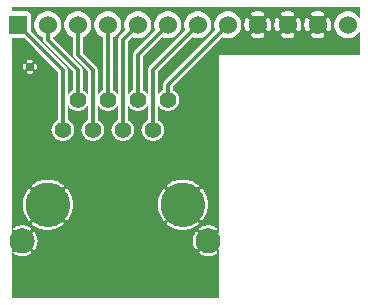
<source format=gbr>
G04 start of page 2 for group 0 idx 0 *
G04 Title: (unknown), top *
G04 Creator: pcb 1.99z *
G04 CreationDate: Sat Nov 14 22:15:38 2015 UTC *
G04 For: commonadmin *
G04 Format: Gerber/RS-274X *
G04 PCB-Dimensions (mil): 1300.00 1100.00 *
G04 PCB-Coordinate-Origin: lower left *
%MOIN*%
%FSLAX25Y25*%
%LNTOP*%
%ADD22C,0.0630*%
%ADD21C,0.1280*%
%ADD20C,0.0354*%
%ADD19C,0.0280*%
%ADD18C,0.0130*%
%ADD17C,0.0270*%
%ADD16C,0.0827*%
%ADD15C,0.1476*%
%ADD14C,0.0551*%
%ADD13C,0.0600*%
%ADD12C,0.0120*%
%ADD11C,0.0001*%
G54D11*G36*
X111613Y106000D02*X122000D01*
Y102085D01*
X121652Y102653D01*
X121192Y103192D01*
X120653Y103652D01*
X120049Y104022D01*
X119395Y104293D01*
X118706Y104458D01*
X118000Y104514D01*
X117294Y104458D01*
X116605Y104293D01*
X115951Y104022D01*
X115347Y103652D01*
X114808Y103192D01*
X114348Y102653D01*
X113978Y102049D01*
X113707Y101395D01*
X113542Y100706D01*
X113486Y100000D01*
X113542Y99294D01*
X113707Y98605D01*
X113978Y97951D01*
X114348Y97347D01*
X114808Y96808D01*
X115347Y96348D01*
X115951Y95978D01*
X116605Y95707D01*
X117294Y95542D01*
X118000Y95486D01*
X118706Y95542D01*
X119395Y95707D01*
X120049Y95978D01*
X120653Y96348D01*
X121192Y96808D01*
X121652Y97347D01*
X122000Y97915D01*
Y90000D01*
X111613D01*
Y97853D01*
X111656Y97860D01*
X111768Y97897D01*
X111873Y97952D01*
X111968Y98022D01*
X112051Y98106D01*
X112119Y98202D01*
X112170Y98308D01*
X112318Y98716D01*
X112422Y99137D01*
X112484Y99567D01*
X112505Y100000D01*
X112484Y100433D01*
X112422Y100863D01*
X112318Y101284D01*
X112175Y101694D01*
X112122Y101800D01*
X112053Y101896D01*
X111970Y101981D01*
X111875Y102051D01*
X111769Y102106D01*
X111657Y102143D01*
X111613Y102151D01*
Y106000D01*
G37*
G36*
X108002D02*X111613D01*
Y102151D01*
X111540Y102163D01*
X111421Y102164D01*
X111304Y102146D01*
X111191Y102110D01*
X111085Y102057D01*
X110988Y101988D01*
X110904Y101905D01*
X110833Y101809D01*
X110779Y101704D01*
X110741Y101592D01*
X110722Y101475D01*
X110721Y101356D01*
X110739Y101239D01*
X110777Y101126D01*
X110876Y100855D01*
X110944Y100575D01*
X110986Y100289D01*
X111000Y100000D01*
X110986Y99711D01*
X110944Y99425D01*
X110876Y99145D01*
X110780Y98872D01*
X110742Y98761D01*
X110725Y98644D01*
X110725Y98526D01*
X110745Y98409D01*
X110782Y98297D01*
X110836Y98193D01*
X110906Y98098D01*
X110991Y98015D01*
X111087Y97946D01*
X111192Y97893D01*
X111305Y97857D01*
X111421Y97840D01*
X111539Y97841D01*
X111613Y97853D01*
Y90000D01*
X108002D01*
Y95495D01*
X108433Y95516D01*
X108863Y95578D01*
X109284Y95682D01*
X109694Y95825D01*
X109800Y95878D01*
X109896Y95947D01*
X109981Y96030D01*
X110051Y96125D01*
X110106Y96231D01*
X110143Y96343D01*
X110163Y96460D01*
X110164Y96579D01*
X110146Y96696D01*
X110110Y96809D01*
X110057Y96915D01*
X109988Y97012D01*
X109905Y97096D01*
X109809Y97167D01*
X109704Y97221D01*
X109592Y97259D01*
X109475Y97278D01*
X109356Y97279D01*
X109239Y97261D01*
X109126Y97223D01*
X108855Y97124D01*
X108575Y97056D01*
X108289Y97014D01*
X108002Y97000D01*
Y103000D01*
X108289Y102986D01*
X108575Y102944D01*
X108855Y102876D01*
X109128Y102780D01*
X109239Y102742D01*
X109356Y102725D01*
X109474Y102725D01*
X109591Y102745D01*
X109703Y102782D01*
X109807Y102836D01*
X109902Y102906D01*
X109985Y102991D01*
X110054Y103087D01*
X110107Y103192D01*
X110143Y103305D01*
X110160Y103421D01*
X110159Y103539D01*
X110140Y103656D01*
X110103Y103768D01*
X110048Y103873D01*
X109978Y103968D01*
X109894Y104051D01*
X109798Y104119D01*
X109692Y104170D01*
X109284Y104318D01*
X108863Y104422D01*
X108433Y104484D01*
X108002Y104505D01*
Y106000D01*
G37*
G36*
X104387D02*X108002D01*
Y104505D01*
X108000Y104505D01*
X107567Y104484D01*
X107137Y104422D01*
X106716Y104318D01*
X106306Y104175D01*
X106200Y104122D01*
X106104Y104053D01*
X106019Y103970D01*
X105949Y103875D01*
X105894Y103769D01*
X105857Y103657D01*
X105837Y103540D01*
X105836Y103421D01*
X105854Y103304D01*
X105890Y103191D01*
X105943Y103085D01*
X106012Y102988D01*
X106095Y102904D01*
X106191Y102833D01*
X106296Y102779D01*
X106408Y102741D01*
X106525Y102722D01*
X106644Y102721D01*
X106761Y102739D01*
X106874Y102777D01*
X107145Y102876D01*
X107425Y102944D01*
X107711Y102986D01*
X108000Y103000D01*
X108002Y103000D01*
Y97000D01*
X108000Y97000D01*
X107711Y97014D01*
X107425Y97056D01*
X107145Y97124D01*
X106872Y97220D01*
X106761Y97258D01*
X106644Y97275D01*
X106526Y97275D01*
X106409Y97255D01*
X106297Y97218D01*
X106193Y97164D01*
X106098Y97094D01*
X106015Y97009D01*
X105946Y96913D01*
X105893Y96808D01*
X105857Y96695D01*
X105840Y96579D01*
X105841Y96461D01*
X105860Y96344D01*
X105897Y96232D01*
X105952Y96127D01*
X106022Y96032D01*
X106106Y95949D01*
X106202Y95881D01*
X106308Y95830D01*
X106716Y95682D01*
X107137Y95578D01*
X107567Y95516D01*
X108000Y95495D01*
X108002Y95495D01*
Y90000D01*
X104387D01*
Y97849D01*
X104460Y97837D01*
X104579Y97836D01*
X104696Y97854D01*
X104809Y97890D01*
X104915Y97943D01*
X105012Y98012D01*
X105096Y98095D01*
X105167Y98191D01*
X105221Y98296D01*
X105259Y98408D01*
X105278Y98525D01*
X105279Y98644D01*
X105261Y98761D01*
X105223Y98874D01*
X105124Y99145D01*
X105056Y99425D01*
X105014Y99711D01*
X105000Y100000D01*
X105014Y100289D01*
X105056Y100575D01*
X105124Y100855D01*
X105220Y101128D01*
X105258Y101239D01*
X105275Y101356D01*
X105275Y101474D01*
X105255Y101591D01*
X105218Y101703D01*
X105164Y101807D01*
X105094Y101902D01*
X105009Y101985D01*
X104913Y102054D01*
X104808Y102107D01*
X104695Y102143D01*
X104579Y102160D01*
X104461Y102159D01*
X104387Y102147D01*
Y106000D01*
G37*
G36*
X101613D02*X104387D01*
Y102147D01*
X104344Y102140D01*
X104232Y102103D01*
X104127Y102048D01*
X104032Y101978D01*
X103949Y101894D01*
X103881Y101798D01*
X103830Y101692D01*
X103682Y101284D01*
X103578Y100863D01*
X103516Y100433D01*
X103495Y100000D01*
X103516Y99567D01*
X103578Y99137D01*
X103682Y98716D01*
X103825Y98306D01*
X103878Y98200D01*
X103947Y98104D01*
X104030Y98019D01*
X104125Y97949D01*
X104231Y97894D01*
X104343Y97857D01*
X104387Y97849D01*
Y90000D01*
X101613D01*
Y97853D01*
X101656Y97860D01*
X101768Y97897D01*
X101873Y97952D01*
X101968Y98022D01*
X102051Y98106D01*
X102119Y98202D01*
X102170Y98308D01*
X102318Y98716D01*
X102422Y99137D01*
X102484Y99567D01*
X102505Y100000D01*
X102484Y100433D01*
X102422Y100863D01*
X102318Y101284D01*
X102175Y101694D01*
X102122Y101800D01*
X102053Y101896D01*
X101970Y101981D01*
X101875Y102051D01*
X101769Y102106D01*
X101657Y102143D01*
X101613Y102151D01*
Y106000D01*
G37*
G36*
X98002D02*X101613D01*
Y102151D01*
X101540Y102163D01*
X101421Y102164D01*
X101304Y102146D01*
X101191Y102110D01*
X101085Y102057D01*
X100988Y101988D01*
X100904Y101905D01*
X100833Y101809D01*
X100779Y101704D01*
X100741Y101592D01*
X100722Y101475D01*
X100721Y101356D01*
X100739Y101239D01*
X100777Y101126D01*
X100876Y100855D01*
X100944Y100575D01*
X100986Y100289D01*
X101000Y100000D01*
X100986Y99711D01*
X100944Y99425D01*
X100876Y99145D01*
X100780Y98872D01*
X100742Y98761D01*
X100725Y98644D01*
X100725Y98526D01*
X100745Y98409D01*
X100782Y98297D01*
X100836Y98193D01*
X100906Y98098D01*
X100991Y98015D01*
X101087Y97946D01*
X101192Y97893D01*
X101305Y97857D01*
X101421Y97840D01*
X101539Y97841D01*
X101613Y97853D01*
Y90000D01*
X98002D01*
Y95495D01*
X98433Y95516D01*
X98863Y95578D01*
X99284Y95682D01*
X99694Y95825D01*
X99800Y95878D01*
X99896Y95947D01*
X99981Y96030D01*
X100051Y96125D01*
X100106Y96231D01*
X100143Y96343D01*
X100163Y96460D01*
X100164Y96579D01*
X100146Y96696D01*
X100110Y96809D01*
X100057Y96915D01*
X99988Y97012D01*
X99905Y97096D01*
X99809Y97167D01*
X99704Y97221D01*
X99592Y97259D01*
X99475Y97278D01*
X99356Y97279D01*
X99239Y97261D01*
X99126Y97223D01*
X98855Y97124D01*
X98575Y97056D01*
X98289Y97014D01*
X98002Y97000D01*
Y103000D01*
X98289Y102986D01*
X98575Y102944D01*
X98855Y102876D01*
X99128Y102780D01*
X99239Y102742D01*
X99356Y102725D01*
X99474Y102725D01*
X99591Y102745D01*
X99703Y102782D01*
X99807Y102836D01*
X99902Y102906D01*
X99985Y102991D01*
X100054Y103087D01*
X100107Y103192D01*
X100143Y103305D01*
X100160Y103421D01*
X100159Y103539D01*
X100140Y103656D01*
X100103Y103768D01*
X100048Y103873D01*
X99978Y103968D01*
X99894Y104051D01*
X99798Y104119D01*
X99692Y104170D01*
X99284Y104318D01*
X98863Y104422D01*
X98433Y104484D01*
X98002Y104505D01*
Y106000D01*
G37*
G36*
X94387D02*X98002D01*
Y104505D01*
X98000Y104505D01*
X97567Y104484D01*
X97137Y104422D01*
X96716Y104318D01*
X96306Y104175D01*
X96200Y104122D01*
X96104Y104053D01*
X96019Y103970D01*
X95949Y103875D01*
X95894Y103769D01*
X95857Y103657D01*
X95837Y103540D01*
X95836Y103421D01*
X95854Y103304D01*
X95890Y103191D01*
X95943Y103085D01*
X96012Y102988D01*
X96095Y102904D01*
X96191Y102833D01*
X96296Y102779D01*
X96408Y102741D01*
X96525Y102722D01*
X96644Y102721D01*
X96761Y102739D01*
X96874Y102777D01*
X97145Y102876D01*
X97425Y102944D01*
X97711Y102986D01*
X98000Y103000D01*
X98002Y103000D01*
Y97000D01*
X98000Y97000D01*
X97711Y97014D01*
X97425Y97056D01*
X97145Y97124D01*
X96872Y97220D01*
X96761Y97258D01*
X96644Y97275D01*
X96526Y97275D01*
X96409Y97255D01*
X96297Y97218D01*
X96193Y97164D01*
X96098Y97094D01*
X96015Y97009D01*
X95946Y96913D01*
X95893Y96808D01*
X95857Y96695D01*
X95840Y96579D01*
X95841Y96461D01*
X95860Y96344D01*
X95897Y96232D01*
X95952Y96127D01*
X96022Y96032D01*
X96106Y95949D01*
X96202Y95881D01*
X96308Y95830D01*
X96716Y95682D01*
X97137Y95578D01*
X97567Y95516D01*
X98000Y95495D01*
X98002Y95495D01*
Y90000D01*
X94387D01*
Y97849D01*
X94460Y97837D01*
X94579Y97836D01*
X94696Y97854D01*
X94809Y97890D01*
X94915Y97943D01*
X95012Y98012D01*
X95096Y98095D01*
X95167Y98191D01*
X95221Y98296D01*
X95259Y98408D01*
X95278Y98525D01*
X95279Y98644D01*
X95261Y98761D01*
X95223Y98874D01*
X95124Y99145D01*
X95056Y99425D01*
X95014Y99711D01*
X95000Y100000D01*
X95014Y100289D01*
X95056Y100575D01*
X95124Y100855D01*
X95220Y101128D01*
X95258Y101239D01*
X95275Y101356D01*
X95275Y101474D01*
X95255Y101591D01*
X95218Y101703D01*
X95164Y101807D01*
X95094Y101902D01*
X95009Y101985D01*
X94913Y102054D01*
X94808Y102107D01*
X94695Y102143D01*
X94579Y102160D01*
X94461Y102159D01*
X94387Y102147D01*
Y106000D01*
G37*
G36*
X91613D02*X94387D01*
Y102147D01*
X94344Y102140D01*
X94232Y102103D01*
X94127Y102048D01*
X94032Y101978D01*
X93949Y101894D01*
X93881Y101798D01*
X93830Y101692D01*
X93682Y101284D01*
X93578Y100863D01*
X93516Y100433D01*
X93495Y100000D01*
X93516Y99567D01*
X93578Y99137D01*
X93682Y98716D01*
X93825Y98306D01*
X93878Y98200D01*
X93947Y98104D01*
X94030Y98019D01*
X94125Y97949D01*
X94231Y97894D01*
X94343Y97857D01*
X94387Y97849D01*
Y90000D01*
X91613D01*
Y97853D01*
X91656Y97860D01*
X91768Y97897D01*
X91873Y97952D01*
X91968Y98022D01*
X92051Y98106D01*
X92119Y98202D01*
X92170Y98308D01*
X92318Y98716D01*
X92422Y99137D01*
X92484Y99567D01*
X92505Y100000D01*
X92484Y100433D01*
X92422Y100863D01*
X92318Y101284D01*
X92175Y101694D01*
X92122Y101800D01*
X92053Y101896D01*
X91970Y101981D01*
X91875Y102051D01*
X91769Y102106D01*
X91657Y102143D01*
X91613Y102151D01*
Y106000D01*
G37*
G36*
X88002D02*X91613D01*
Y102151D01*
X91540Y102163D01*
X91421Y102164D01*
X91304Y102146D01*
X91191Y102110D01*
X91085Y102057D01*
X90988Y101988D01*
X90904Y101905D01*
X90833Y101809D01*
X90779Y101704D01*
X90741Y101592D01*
X90722Y101475D01*
X90721Y101356D01*
X90739Y101239D01*
X90777Y101126D01*
X90876Y100855D01*
X90944Y100575D01*
X90986Y100289D01*
X91000Y100000D01*
X90986Y99711D01*
X90944Y99425D01*
X90876Y99145D01*
X90780Y98872D01*
X90742Y98761D01*
X90725Y98644D01*
X90725Y98526D01*
X90745Y98409D01*
X90782Y98297D01*
X90836Y98193D01*
X90906Y98098D01*
X90991Y98015D01*
X91087Y97946D01*
X91192Y97893D01*
X91305Y97857D01*
X91421Y97840D01*
X91539Y97841D01*
X91613Y97853D01*
Y90000D01*
X88002D01*
Y95495D01*
X88433Y95516D01*
X88863Y95578D01*
X89284Y95682D01*
X89694Y95825D01*
X89800Y95878D01*
X89896Y95947D01*
X89981Y96030D01*
X90051Y96125D01*
X90106Y96231D01*
X90143Y96343D01*
X90163Y96460D01*
X90164Y96579D01*
X90146Y96696D01*
X90110Y96809D01*
X90057Y96915D01*
X89988Y97012D01*
X89905Y97096D01*
X89809Y97167D01*
X89704Y97221D01*
X89592Y97259D01*
X89475Y97278D01*
X89356Y97279D01*
X89239Y97261D01*
X89126Y97223D01*
X88855Y97124D01*
X88575Y97056D01*
X88289Y97014D01*
X88002Y97000D01*
Y103000D01*
X88289Y102986D01*
X88575Y102944D01*
X88855Y102876D01*
X89128Y102780D01*
X89239Y102742D01*
X89356Y102725D01*
X89474Y102725D01*
X89591Y102745D01*
X89703Y102782D01*
X89807Y102836D01*
X89902Y102906D01*
X89985Y102991D01*
X90054Y103087D01*
X90107Y103192D01*
X90143Y103305D01*
X90160Y103421D01*
X90159Y103539D01*
X90140Y103656D01*
X90103Y103768D01*
X90048Y103873D01*
X89978Y103968D01*
X89894Y104051D01*
X89798Y104119D01*
X89692Y104170D01*
X89284Y104318D01*
X88863Y104422D01*
X88433Y104484D01*
X88002Y104505D01*
Y106000D01*
G37*
G36*
X84387D02*X88002D01*
Y104505D01*
X88000Y104505D01*
X87567Y104484D01*
X87137Y104422D01*
X86716Y104318D01*
X86306Y104175D01*
X86200Y104122D01*
X86104Y104053D01*
X86019Y103970D01*
X85949Y103875D01*
X85894Y103769D01*
X85857Y103657D01*
X85837Y103540D01*
X85836Y103421D01*
X85854Y103304D01*
X85890Y103191D01*
X85943Y103085D01*
X86012Y102988D01*
X86095Y102904D01*
X86191Y102833D01*
X86296Y102779D01*
X86408Y102741D01*
X86525Y102722D01*
X86644Y102721D01*
X86761Y102739D01*
X86874Y102777D01*
X87145Y102876D01*
X87425Y102944D01*
X87711Y102986D01*
X88000Y103000D01*
X88002Y103000D01*
Y97000D01*
X88000Y97000D01*
X87711Y97014D01*
X87425Y97056D01*
X87145Y97124D01*
X86872Y97220D01*
X86761Y97258D01*
X86644Y97275D01*
X86526Y97275D01*
X86409Y97255D01*
X86297Y97218D01*
X86193Y97164D01*
X86098Y97094D01*
X86015Y97009D01*
X85946Y96913D01*
X85893Y96808D01*
X85857Y96695D01*
X85840Y96579D01*
X85841Y96461D01*
X85860Y96344D01*
X85897Y96232D01*
X85952Y96127D01*
X86022Y96032D01*
X86106Y95949D01*
X86202Y95881D01*
X86308Y95830D01*
X86716Y95682D01*
X87137Y95578D01*
X87567Y95516D01*
X88000Y95495D01*
X88002Y95495D01*
Y90000D01*
X84387D01*
Y97849D01*
X84460Y97837D01*
X84579Y97836D01*
X84696Y97854D01*
X84809Y97890D01*
X84915Y97943D01*
X85012Y98012D01*
X85096Y98095D01*
X85167Y98191D01*
X85221Y98296D01*
X85259Y98408D01*
X85278Y98525D01*
X85279Y98644D01*
X85261Y98761D01*
X85223Y98874D01*
X85124Y99145D01*
X85056Y99425D01*
X85014Y99711D01*
X85000Y100000D01*
X85014Y100289D01*
X85056Y100575D01*
X85124Y100855D01*
X85220Y101128D01*
X85258Y101239D01*
X85275Y101356D01*
X85275Y101474D01*
X85255Y101591D01*
X85218Y101703D01*
X85164Y101807D01*
X85094Y101902D01*
X85009Y101985D01*
X84913Y102054D01*
X84808Y102107D01*
X84695Y102143D01*
X84579Y102160D01*
X84461Y102159D01*
X84387Y102147D01*
Y106000D01*
G37*
G36*
X6000D02*X84387D01*
Y102147D01*
X84344Y102140D01*
X84232Y102103D01*
X84127Y102048D01*
X84032Y101978D01*
X83949Y101894D01*
X83881Y101798D01*
X83830Y101692D01*
X83682Y101284D01*
X83578Y100863D01*
X83516Y100433D01*
X83495Y100000D01*
X83516Y99567D01*
X83578Y99137D01*
X83682Y98716D01*
X83825Y98306D01*
X83878Y98200D01*
X83947Y98104D01*
X84030Y98019D01*
X84125Y97949D01*
X84231Y97894D01*
X84343Y97857D01*
X84387Y97849D01*
Y90000D01*
X70263D01*
X76156Y95893D01*
X76605Y95707D01*
X77294Y95542D01*
X78000Y95486D01*
X78706Y95542D01*
X79395Y95707D01*
X80049Y95978D01*
X80653Y96348D01*
X81192Y96808D01*
X81652Y97347D01*
X82022Y97951D01*
X82293Y98605D01*
X82458Y99294D01*
X82500Y100000D01*
X82458Y100706D01*
X82293Y101395D01*
X82022Y102049D01*
X81652Y102653D01*
X81192Y103192D01*
X80653Y103652D01*
X80049Y104022D01*
X79395Y104293D01*
X78706Y104458D01*
X78000Y104514D01*
X77294Y104458D01*
X76605Y104293D01*
X75951Y104022D01*
X75347Y103652D01*
X74808Y103192D01*
X74348Y102653D01*
X73978Y102049D01*
X73707Y101395D01*
X73542Y100706D01*
X73486Y100000D01*
X73542Y99294D01*
X73707Y98605D01*
X73893Y98156D01*
X65737Y90000D01*
X60263D01*
X66156Y95893D01*
X66605Y95707D01*
X67294Y95542D01*
X68000Y95486D01*
X68706Y95542D01*
X69395Y95707D01*
X70049Y95978D01*
X70653Y96348D01*
X71192Y96808D01*
X71652Y97347D01*
X72022Y97951D01*
X72293Y98605D01*
X72458Y99294D01*
X72500Y100000D01*
X72458Y100706D01*
X72293Y101395D01*
X72022Y102049D01*
X71652Y102653D01*
X71192Y103192D01*
X70653Y103652D01*
X70049Y104022D01*
X69395Y104293D01*
X68706Y104458D01*
X68000Y104514D01*
X67294Y104458D01*
X66605Y104293D01*
X65951Y104022D01*
X65347Y103652D01*
X64808Y103192D01*
X64348Y102653D01*
X63978Y102049D01*
X63707Y101395D01*
X63542Y100706D01*
X63486Y100000D01*
X63542Y99294D01*
X63707Y98605D01*
X63893Y98156D01*
X55737Y90000D01*
X50263D01*
X56156Y95893D01*
X56605Y95707D01*
X57294Y95542D01*
X58000Y95486D01*
X58706Y95542D01*
X59395Y95707D01*
X60049Y95978D01*
X60653Y96348D01*
X61192Y96808D01*
X61652Y97347D01*
X62022Y97951D01*
X62293Y98605D01*
X62458Y99294D01*
X62500Y100000D01*
X62458Y100706D01*
X62293Y101395D01*
X62022Y102049D01*
X61652Y102653D01*
X61192Y103192D01*
X60653Y103652D01*
X60049Y104022D01*
X59395Y104293D01*
X58706Y104458D01*
X58000Y104514D01*
X57294Y104458D01*
X56605Y104293D01*
X55951Y104022D01*
X55347Y103652D01*
X54808Y103192D01*
X54348Y102653D01*
X53978Y102049D01*
X53707Y101395D01*
X53542Y100706D01*
X53486Y100000D01*
X53542Y99294D01*
X53707Y98605D01*
X53893Y98156D01*
X46913Y91176D01*
X46865Y91135D01*
X46702Y90943D01*
X46570Y90729D01*
X46474Y90496D01*
X46415Y90251D01*
X46415Y90251D01*
X46395Y90000D01*
X44600D01*
Y94337D01*
X46156Y95893D01*
X46605Y95707D01*
X47294Y95542D01*
X48000Y95486D01*
X48706Y95542D01*
X49395Y95707D01*
X50049Y95978D01*
X50653Y96348D01*
X51192Y96808D01*
X51652Y97347D01*
X52022Y97951D01*
X52293Y98605D01*
X52458Y99294D01*
X52500Y100000D01*
X52458Y100706D01*
X52293Y101395D01*
X52022Y102049D01*
X51652Y102653D01*
X51192Y103192D01*
X50653Y103652D01*
X50049Y104022D01*
X49395Y104293D01*
X48706Y104458D01*
X48000Y104514D01*
X47294Y104458D01*
X46605Y104293D01*
X45951Y104022D01*
X45347Y103652D01*
X44808Y103192D01*
X44348Y102653D01*
X43978Y102049D01*
X43707Y101395D01*
X43542Y100706D01*
X43486Y100000D01*
X43542Y99294D01*
X43707Y98605D01*
X43893Y98156D01*
X41913Y96176D01*
X41865Y96135D01*
X41702Y95943D01*
X41570Y95729D01*
X41474Y95496D01*
X41415Y95251D01*
X41415Y95251D01*
X41395Y95000D01*
X41400Y94937D01*
Y90000D01*
X39600D01*
Y95792D01*
X40049Y95978D01*
X40653Y96348D01*
X41192Y96808D01*
X41652Y97347D01*
X42022Y97951D01*
X42293Y98605D01*
X42458Y99294D01*
X42500Y100000D01*
X42458Y100706D01*
X42293Y101395D01*
X42022Y102049D01*
X41652Y102653D01*
X41192Y103192D01*
X40653Y103652D01*
X40049Y104022D01*
X39395Y104293D01*
X38706Y104458D01*
X38000Y104514D01*
X37294Y104458D01*
X36605Y104293D01*
X35951Y104022D01*
X35347Y103652D01*
X34808Y103192D01*
X34348Y102653D01*
X33978Y102049D01*
X33707Y101395D01*
X33542Y100706D01*
X33486Y100000D01*
X33542Y99294D01*
X33707Y98605D01*
X33978Y97951D01*
X34348Y97347D01*
X34808Y96808D01*
X35347Y96348D01*
X35951Y95978D01*
X36400Y95792D01*
Y90000D01*
X30263D01*
X29600Y90663D01*
Y95792D01*
X30049Y95978D01*
X30653Y96348D01*
X31192Y96808D01*
X31652Y97347D01*
X32022Y97951D01*
X32293Y98605D01*
X32458Y99294D01*
X32500Y100000D01*
X32458Y100706D01*
X32293Y101395D01*
X32022Y102049D01*
X31652Y102653D01*
X31192Y103192D01*
X30653Y103652D01*
X30049Y104022D01*
X29395Y104293D01*
X28706Y104458D01*
X28000Y104514D01*
X27294Y104458D01*
X26605Y104293D01*
X25951Y104022D01*
X25347Y103652D01*
X24808Y103192D01*
X24348Y102653D01*
X23978Y102049D01*
X23707Y101395D01*
X23542Y100706D01*
X23486Y100000D01*
X23542Y99294D01*
X23707Y98605D01*
X23978Y97951D01*
X24348Y97347D01*
X24808Y96808D01*
X25347Y96348D01*
X25951Y95978D01*
X26400Y95792D01*
Y90063D01*
X26395Y90000D01*
Y90000D01*
X25263D01*
X19600Y95663D01*
Y95792D01*
X20049Y95978D01*
X20653Y96348D01*
X21192Y96808D01*
X21652Y97347D01*
X22022Y97951D01*
X22293Y98605D01*
X22458Y99294D01*
X22500Y100000D01*
X22458Y100706D01*
X22293Y101395D01*
X22022Y102049D01*
X21652Y102653D01*
X21192Y103192D01*
X20653Y103652D01*
X20049Y104022D01*
X19395Y104293D01*
X18706Y104458D01*
X18000Y104514D01*
X17294Y104458D01*
X16605Y104293D01*
X15951Y104022D01*
X15347Y103652D01*
X14808Y103192D01*
X14348Y102653D01*
X13978Y102049D01*
X13707Y101395D01*
X13542Y100706D01*
X13486Y100000D01*
X13542Y99294D01*
X13707Y98605D01*
X13978Y97951D01*
X14348Y97347D01*
X14808Y96808D01*
X15347Y96348D01*
X15951Y95978D01*
X16400Y95792D01*
Y95063D01*
X16395Y95000D01*
X16415Y94749D01*
Y94749D01*
X16429Y94690D01*
X16474Y94504D01*
X16570Y94271D01*
X16621Y94188D01*
X16702Y94057D01*
X16865Y93865D01*
X16913Y93824D01*
X20737Y90000D01*
X20263D01*
X12498Y97764D01*
X12486Y103235D01*
X12431Y103465D01*
X12341Y103683D01*
X12217Y103884D01*
X12064Y104064D01*
X11884Y104217D01*
X11683Y104341D01*
X11465Y104431D01*
X11235Y104486D01*
X11000Y104500D01*
X6000Y104489D01*
Y106000D01*
G37*
G36*
X10226Y95512D02*X15737Y90000D01*
X6000D01*
Y95502D01*
X10226Y95512D01*
G37*
G36*
X25054Y42168D02*X25205Y41607D01*
X25318Y40969D01*
X25375Y40324D01*
Y39676D01*
X25318Y39031D01*
X25205Y38393D01*
X25054Y37832D01*
Y42168D01*
G37*
G36*
X70054D02*X70205Y41607D01*
X70318Y40969D01*
X70375Y40324D01*
Y39676D01*
X70318Y39031D01*
X70205Y38393D01*
X70054Y37832D01*
Y42168D01*
G37*
G36*
Y89791D02*X75000Y94737D01*
Y30837D01*
X74976Y30812D01*
X74931Y30747D01*
X74896Y30675D01*
X74873Y30599D01*
X74862Y30521D01*
X74864Y30441D01*
X74878Y30363D01*
X74904Y30288D01*
X74942Y30219D01*
X75000Y30123D01*
Y25856D01*
X74946Y25763D01*
X74907Y25694D01*
X74882Y25620D01*
X74868Y25542D01*
X74866Y25464D01*
X74877Y25386D01*
X74900Y25310D01*
X74934Y25240D01*
X74979Y25175D01*
X75000Y25153D01*
Y9000D01*
X70054D01*
Y23055D01*
X70348Y22976D01*
X70791Y22898D01*
X71239Y22858D01*
X71690D01*
X72138Y22898D01*
X72581Y22976D01*
X73016Y23093D01*
X73439Y23248D01*
X73847Y23439D01*
X74236Y23665D01*
X74299Y23712D01*
X74354Y23769D01*
X74400Y23834D01*
X74434Y23906D01*
X74457Y23982D01*
X74468Y24060D01*
X74467Y24140D01*
X74453Y24218D01*
X74427Y24293D01*
X74389Y24362D01*
X74341Y24426D01*
X74284Y24481D01*
X74219Y24526D01*
X74148Y24561D01*
X74072Y24584D01*
X73993Y24595D01*
X73914Y24593D01*
X73836Y24579D01*
X73761Y24553D01*
X73692Y24514D01*
X73381Y24329D01*
X73053Y24176D01*
X72713Y24051D01*
X72363Y23957D01*
X72006Y23894D01*
X71646Y23862D01*
X71283D01*
X70923Y23894D01*
X70566Y23957D01*
X70216Y24051D01*
X70054Y24111D01*
Y31874D01*
X70216Y31933D01*
X70566Y32027D01*
X70923Y32090D01*
X71283Y32122D01*
X71646D01*
X72006Y32090D01*
X72363Y32027D01*
X72713Y31933D01*
X73053Y31809D01*
X73381Y31655D01*
X73694Y31473D01*
X73762Y31435D01*
X73837Y31409D01*
X73914Y31395D01*
X73993Y31394D01*
X74071Y31404D01*
X74146Y31427D01*
X74217Y31462D01*
X74282Y31507D01*
X74338Y31561D01*
X74386Y31624D01*
X74423Y31693D01*
X74449Y31768D01*
X74463Y31845D01*
X74464Y31924D01*
X74453Y32002D01*
X74431Y32077D01*
X74396Y32148D01*
X74351Y32212D01*
X74297Y32269D01*
X74233Y32315D01*
X73847Y32546D01*
X73439Y32737D01*
X73016Y32891D01*
X72581Y33008D01*
X72138Y33087D01*
X71690Y33126D01*
X71239D01*
X70791Y33087D01*
X70348Y33008D01*
X70054Y32929D01*
Y35458D01*
X70060Y35467D01*
X70431Y36104D01*
X70744Y36771D01*
X70997Y37462D01*
X71189Y38173D01*
X71317Y38898D01*
X71382Y39632D01*
Y40368D01*
X71317Y41102D01*
X71189Y41827D01*
X70997Y42538D01*
X70744Y43229D01*
X70431Y43896D01*
X70060Y44533D01*
X70054Y44542D01*
Y89791D01*
G37*
G36*
X67199Y86936D02*X70054Y89791D01*
Y44542D01*
X69636Y45134D01*
X69582Y45194D01*
X69520Y45244D01*
X69451Y45283D01*
X69376Y45312D01*
X69298Y45328D01*
X69218Y45332D01*
X69139Y45323D01*
X69062Y45302D01*
X68989Y45269D01*
X68922Y45226D01*
X68863Y45172D01*
X68813Y45110D01*
X68774Y45040D01*
X68745Y44966D01*
X68729Y44888D01*
X68725Y44808D01*
X68734Y44729D01*
X68755Y44652D01*
X68788Y44579D01*
X68833Y44513D01*
X69212Y43988D01*
X69538Y43428D01*
X69813Y42841D01*
X70036Y42233D01*
X70054Y42168D01*
Y37832D01*
X70036Y37767D01*
X69813Y37159D01*
X69538Y36572D01*
X69212Y36012D01*
X68838Y35483D01*
X68794Y35418D01*
X68762Y35346D01*
X68741Y35270D01*
X68732Y35192D01*
X68736Y35113D01*
X68752Y35036D01*
X68780Y34963D01*
X68819Y34894D01*
X68869Y34833D01*
X68927Y34780D01*
X68993Y34737D01*
X69064Y34705D01*
X69140Y34684D01*
X69219Y34675D01*
X69297Y34679D01*
X69374Y34695D01*
X69448Y34723D01*
X69516Y34762D01*
X69578Y34811D01*
X69629Y34871D01*
X70054Y35458D01*
Y32929D01*
X69913Y32891D01*
X69490Y32737D01*
X69083Y32546D01*
X68693Y32320D01*
X68630Y32272D01*
X68575Y32215D01*
X68529Y32150D01*
X68495Y32079D01*
X68472Y32003D01*
X68461Y31924D01*
X68462Y31845D01*
X68476Y31767D01*
X68502Y31692D01*
X68540Y31622D01*
X68588Y31559D01*
X68645Y31504D01*
X68710Y31458D01*
X68781Y31424D01*
X68857Y31401D01*
X68936Y31390D01*
X69015Y31391D01*
X69093Y31405D01*
X69168Y31431D01*
X69237Y31470D01*
X69548Y31655D01*
X69876Y31809D01*
X70054Y31874D01*
Y24111D01*
X69876Y24176D01*
X69548Y24329D01*
X69235Y24511D01*
X69167Y24549D01*
X69092Y24575D01*
X69015Y24589D01*
X68936Y24591D01*
X68858Y24580D01*
X68783Y24557D01*
X68712Y24523D01*
X68647Y24478D01*
X68591Y24423D01*
X68543Y24360D01*
X68506Y24291D01*
X68480Y24217D01*
X68466Y24139D01*
X68465Y24060D01*
X68476Y23982D01*
X68498Y23907D01*
X68533Y23836D01*
X68578Y23772D01*
X68632Y23715D01*
X68696Y23669D01*
X69083Y23439D01*
X69490Y23248D01*
X69913Y23093D01*
X70054Y23055D01*
Y9000D01*
X67199D01*
Y25143D01*
X67242Y25102D01*
X67307Y25057D01*
X67378Y25022D01*
X67454Y24999D01*
X67533Y24988D01*
X67612Y24990D01*
X67690Y25004D01*
X67765Y25030D01*
X67835Y25067D01*
X67898Y25115D01*
X67953Y25172D01*
X67998Y25238D01*
X68033Y25309D01*
X68056Y25385D01*
X68067Y25463D01*
X68065Y25543D01*
X68051Y25621D01*
X68025Y25696D01*
X67987Y25765D01*
X67802Y26076D01*
X67648Y26404D01*
X67524Y26744D01*
X67430Y27094D01*
X67366Y27450D01*
X67335Y27811D01*
Y28173D01*
X67366Y28534D01*
X67430Y28891D01*
X67524Y29240D01*
X67648Y29580D01*
X67802Y29908D01*
X67983Y30221D01*
X68022Y30290D01*
X68048Y30364D01*
X68061Y30442D01*
X68063Y30521D01*
X68052Y30599D01*
X68029Y30674D01*
X67995Y30745D01*
X67950Y30809D01*
X67896Y30866D01*
X67833Y30913D01*
X67763Y30951D01*
X67689Y30976D01*
X67612Y30990D01*
X67533Y30992D01*
X67455Y30981D01*
X67380Y30958D01*
X67309Y30924D01*
X67244Y30879D01*
X67199Y30835D01*
Y32746D01*
X67533Y32940D01*
X68134Y33364D01*
X68194Y33418D01*
X68244Y33480D01*
X68283Y33549D01*
X68312Y33624D01*
X68328Y33702D01*
X68332Y33782D01*
X68323Y33861D01*
X68302Y33938D01*
X68269Y34011D01*
X68226Y34078D01*
X68172Y34137D01*
X68110Y34187D01*
X68040Y34226D01*
X67966Y34255D01*
X67888Y34271D01*
X67808Y34275D01*
X67729Y34266D01*
X67652Y34245D01*
X67579Y34212D01*
X67513Y34167D01*
X67199Y33940D01*
Y46063D01*
X67517Y45838D01*
X67582Y45794D01*
X67654Y45762D01*
X67730Y45741D01*
X67808Y45732D01*
X67887Y45736D01*
X67964Y45752D01*
X68037Y45780D01*
X68106Y45819D01*
X68167Y45869D01*
X68220Y45927D01*
X68263Y45993D01*
X68295Y46064D01*
X68316Y46140D01*
X68325Y46219D01*
X68321Y46297D01*
X68305Y46374D01*
X68277Y46448D01*
X68238Y46516D01*
X68189Y46578D01*
X68129Y46629D01*
X67533Y47060D01*
X67199Y47254D01*
Y86936D01*
G37*
G36*
Y33940D02*X66988Y33788D01*
X66428Y33462D01*
X65841Y33187D01*
X65233Y32964D01*
X64607Y32795D01*
X63969Y32682D01*
X63324Y32625D01*
X63004D01*
Y47375D01*
X63324D01*
X63969Y47318D01*
X64607Y47205D01*
X65233Y47036D01*
X65841Y46813D01*
X66428Y46538D01*
X66988Y46212D01*
X67199Y46063D01*
Y33940D01*
G37*
G36*
Y9000D02*X63004D01*
Y31618D01*
X63368D01*
X64102Y31683D01*
X64827Y31811D01*
X65538Y32003D01*
X66229Y32256D01*
X66896Y32569D01*
X67199Y32746D01*
Y30835D01*
X67187Y30824D01*
X67141Y30761D01*
X66911Y30374D01*
X66720Y29966D01*
X66566Y29544D01*
X66449Y29109D01*
X66370Y28666D01*
X66331Y28217D01*
Y27767D01*
X66370Y27319D01*
X66449Y26875D01*
X66566Y26441D01*
X66720Y26018D01*
X66911Y25610D01*
X67137Y25221D01*
X67184Y25157D01*
X67199Y25143D01*
Y9000D01*
G37*
G36*
X63004Y82741D02*X67199Y86936D01*
Y47254D01*
X66896Y47431D01*
X66229Y47744D01*
X65538Y47997D01*
X64827Y48189D01*
X64102Y48317D01*
X63368Y48382D01*
X63004D01*
Y82741D01*
G37*
G36*
X55946Y62667D02*X56048Y62786D01*
X56357Y63290D01*
X56583Y63836D01*
X56721Y64411D01*
X56756Y65000D01*
X56721Y65589D01*
X56583Y66164D01*
X56357Y66710D01*
X56048Y67214D01*
X55946Y67333D01*
Y71853D01*
X56290Y71643D01*
X56836Y71417D01*
X57411Y71279D01*
X58000Y71233D01*
X58589Y71279D01*
X59164Y71417D01*
X59710Y71643D01*
X60214Y71952D01*
X60664Y72336D01*
X61048Y72786D01*
X61357Y73290D01*
X61583Y73836D01*
X61721Y74411D01*
X61756Y75000D01*
X61721Y75589D01*
X61583Y76164D01*
X61357Y76710D01*
X61048Y77214D01*
X60664Y77664D01*
X60214Y78048D01*
X59710Y78357D01*
X59600Y78403D01*
Y79337D01*
X63004Y82741D01*
Y48382D01*
X62632D01*
X61898Y48317D01*
X61173Y48189D01*
X60462Y47997D01*
X59771Y47744D01*
X59104Y47431D01*
X58467Y47060D01*
X57866Y46636D01*
X57806Y46582D01*
X57756Y46520D01*
X57717Y46451D01*
X57688Y46376D01*
X57672Y46298D01*
X57668Y46218D01*
X57677Y46139D01*
X57698Y46062D01*
X57731Y45989D01*
X57774Y45922D01*
X57828Y45863D01*
X57890Y45813D01*
X57960Y45774D01*
X58034Y45745D01*
X58112Y45729D01*
X58192Y45725D01*
X58271Y45734D01*
X58348Y45755D01*
X58421Y45788D01*
X58487Y45833D01*
X59012Y46212D01*
X59572Y46538D01*
X60159Y46813D01*
X60767Y47036D01*
X61393Y47205D01*
X62031Y47318D01*
X62676Y47375D01*
X63004D01*
Y32625D01*
X62676D01*
X62031Y32682D01*
X61393Y32795D01*
X60767Y32964D01*
X60159Y33187D01*
X59572Y33462D01*
X59012Y33788D01*
X58483Y34162D01*
X58418Y34206D01*
X58346Y34238D01*
X58270Y34259D01*
X58192Y34268D01*
X58113Y34264D01*
X58036Y34248D01*
X57963Y34220D01*
X57894Y34181D01*
X57833Y34131D01*
X57780Y34073D01*
X57737Y34007D01*
X57705Y33936D01*
X57684Y33860D01*
X57675Y33781D01*
X57679Y33703D01*
X57695Y33626D01*
X57723Y33552D01*
X57762Y33484D01*
X57811Y33422D01*
X57871Y33371D01*
X58467Y32940D01*
X59104Y32569D01*
X59771Y32256D01*
X60462Y32003D01*
X61173Y31811D01*
X61898Y31683D01*
X62632Y31618D01*
X63004D01*
Y9000D01*
X55946D01*
Y35458D01*
X56364Y34866D01*
X56418Y34806D01*
X56480Y34756D01*
X56549Y34717D01*
X56624Y34688D01*
X56702Y34672D01*
X56782Y34668D01*
X56861Y34677D01*
X56938Y34698D01*
X57011Y34731D01*
X57078Y34774D01*
X57137Y34828D01*
X57187Y34890D01*
X57226Y34960D01*
X57255Y35034D01*
X57271Y35112D01*
X57275Y35192D01*
X57266Y35271D01*
X57245Y35348D01*
X57212Y35421D01*
X57167Y35487D01*
X56788Y36012D01*
X56462Y36572D01*
X56187Y37159D01*
X55964Y37767D01*
X55946Y37832D01*
Y42168D01*
X55964Y42233D01*
X56187Y42841D01*
X56462Y43428D01*
X56788Y43988D01*
X57162Y44517D01*
X57206Y44582D01*
X57238Y44654D01*
X57259Y44730D01*
X57268Y44808D01*
X57264Y44887D01*
X57248Y44964D01*
X57220Y45037D01*
X57181Y45106D01*
X57131Y45167D01*
X57073Y45220D01*
X57007Y45263D01*
X56936Y45295D01*
X56860Y45316D01*
X56781Y45325D01*
X56703Y45321D01*
X56626Y45305D01*
X56552Y45277D01*
X56484Y45238D01*
X56422Y45189D01*
X56371Y45129D01*
X55946Y44542D01*
Y62667D01*
G37*
G36*
Y37832D02*X55795Y38393D01*
X55682Y39031D01*
X55625Y39676D01*
Y40324D01*
X55682Y40969D01*
X55795Y41607D01*
X55946Y42168D01*
Y37832D01*
G37*
G36*
Y67333D02*X55664Y67664D01*
X55214Y68048D01*
X54710Y68357D01*
X54600Y68403D01*
Y73394D01*
X54643Y73290D01*
X54952Y72786D01*
X55336Y72336D01*
X55786Y71952D01*
X55946Y71853D01*
Y67333D01*
G37*
G36*
X51400Y73394D02*Y68403D01*
X51290Y68357D01*
X50786Y68048D01*
X50336Y67664D01*
X49952Y67214D01*
X49643Y66710D01*
X49417Y66164D01*
X49279Y65589D01*
X49233Y65000D01*
X49279Y64411D01*
X49417Y63836D01*
X49643Y63290D01*
X49952Y62786D01*
X50336Y62336D01*
X50786Y61952D01*
X51290Y61643D01*
X51836Y61417D01*
X52411Y61279D01*
X53000Y61233D01*
X53589Y61279D01*
X54164Y61417D01*
X54710Y61643D01*
X55214Y61952D01*
X55664Y62336D01*
X55946Y62667D01*
Y44542D01*
X55940Y44533D01*
X55569Y43896D01*
X55256Y43229D01*
X55003Y42538D01*
X54811Y41827D01*
X54683Y41102D01*
X54618Y40368D01*
Y39632D01*
X54683Y38898D01*
X54811Y38173D01*
X55003Y37462D01*
X55256Y36771D01*
X55569Y36104D01*
X55940Y35467D01*
X55946Y35458D01*
Y9000D01*
X25054D01*
Y35458D01*
X25060Y35467D01*
X25431Y36104D01*
X25744Y36771D01*
X25997Y37462D01*
X26189Y38173D01*
X26317Y38898D01*
X26382Y39632D01*
Y40368D01*
X26317Y41102D01*
X26189Y41827D01*
X25997Y42538D01*
X25744Y43229D01*
X25431Y43896D01*
X25060Y44533D01*
X25054Y44542D01*
Y61853D01*
X25214Y61952D01*
X25664Y62336D01*
X26048Y62786D01*
X26357Y63290D01*
X26583Y63836D01*
X26721Y64411D01*
X26756Y65000D01*
X26721Y65589D01*
X26583Y66164D01*
X26357Y66710D01*
X26048Y67214D01*
X25664Y67664D01*
X25214Y68048D01*
X25054Y68147D01*
Y72667D01*
X25336Y72336D01*
X25786Y71952D01*
X26290Y71643D01*
X26836Y71417D01*
X27411Y71279D01*
X28000Y71233D01*
X28589Y71279D01*
X29164Y71417D01*
X29710Y71643D01*
X30214Y71952D01*
X30664Y72336D01*
X31048Y72786D01*
X31357Y73290D01*
X31400Y73394D01*
Y68403D01*
X31290Y68357D01*
X30786Y68048D01*
X30336Y67664D01*
X29952Y67214D01*
X29643Y66710D01*
X29417Y66164D01*
X29279Y65589D01*
X29233Y65000D01*
X29279Y64411D01*
X29417Y63836D01*
X29643Y63290D01*
X29952Y62786D01*
X30336Y62336D01*
X30786Y61952D01*
X31290Y61643D01*
X31836Y61417D01*
X32411Y61279D01*
X33000Y61233D01*
X33589Y61279D01*
X34164Y61417D01*
X34710Y61643D01*
X35214Y61952D01*
X35664Y62336D01*
X36048Y62786D01*
X36357Y63290D01*
X36583Y63836D01*
X36721Y64411D01*
X36756Y65000D01*
X36721Y65589D01*
X36583Y66164D01*
X36357Y66710D01*
X36048Y67214D01*
X35664Y67664D01*
X35214Y68048D01*
X34710Y68357D01*
X34600Y68403D01*
Y73394D01*
X34643Y73290D01*
X34952Y72786D01*
X35336Y72336D01*
X35786Y71952D01*
X36290Y71643D01*
X36836Y71417D01*
X37411Y71279D01*
X38000Y71233D01*
X38589Y71279D01*
X39164Y71417D01*
X39710Y71643D01*
X40214Y71952D01*
X40664Y72336D01*
X41048Y72786D01*
X41357Y73290D01*
X41400Y73394D01*
Y68403D01*
X41290Y68357D01*
X40786Y68048D01*
X40336Y67664D01*
X39952Y67214D01*
X39643Y66710D01*
X39417Y66164D01*
X39279Y65589D01*
X39233Y65000D01*
X39279Y64411D01*
X39417Y63836D01*
X39643Y63290D01*
X39952Y62786D01*
X40336Y62336D01*
X40786Y61952D01*
X41290Y61643D01*
X41836Y61417D01*
X42411Y61279D01*
X43000Y61233D01*
X43589Y61279D01*
X44164Y61417D01*
X44710Y61643D01*
X45214Y61952D01*
X45664Y62336D01*
X46048Y62786D01*
X46357Y63290D01*
X46583Y63836D01*
X46721Y64411D01*
X46756Y65000D01*
X46721Y65589D01*
X46583Y66164D01*
X46357Y66710D01*
X46048Y67214D01*
X45664Y67664D01*
X45214Y68048D01*
X44710Y68357D01*
X44600Y68403D01*
Y73394D01*
X44643Y73290D01*
X44952Y72786D01*
X45336Y72336D01*
X45786Y71952D01*
X46290Y71643D01*
X46836Y71417D01*
X47411Y71279D01*
X48000Y71233D01*
X48589Y71279D01*
X49164Y71417D01*
X49710Y71643D01*
X50214Y71952D01*
X50664Y72336D01*
X51048Y72786D01*
X51357Y73290D01*
X51400Y73394D01*
G37*
G36*
X25054Y68147D02*X24710Y68357D01*
X24600Y68403D01*
Y73394D01*
X24643Y73290D01*
X24952Y72786D01*
X25054Y72667D01*
Y68147D01*
G37*
G36*
Y9000D02*X13821D01*
Y25293D01*
X14010Y25610D01*
X14201Y26018D01*
X14356Y26441D01*
X14473Y26875D01*
X14551Y27319D01*
X14591Y27767D01*
Y28217D01*
X14551Y28666D01*
X14473Y29109D01*
X14356Y29544D01*
X14201Y29966D01*
X14010Y30374D01*
X13821Y30699D01*
Y32734D01*
X14104Y32569D01*
X14771Y32256D01*
X15462Y32003D01*
X16173Y31811D01*
X16898Y31683D01*
X17632Y31618D01*
X18368D01*
X19102Y31683D01*
X19827Y31811D01*
X20538Y32003D01*
X21229Y32256D01*
X21896Y32569D01*
X22533Y32940D01*
X23134Y33364D01*
X23194Y33418D01*
X23244Y33480D01*
X23283Y33549D01*
X23312Y33624D01*
X23328Y33702D01*
X23332Y33782D01*
X23323Y33861D01*
X23302Y33938D01*
X23269Y34011D01*
X23226Y34078D01*
X23172Y34137D01*
X23110Y34187D01*
X23040Y34226D01*
X22966Y34255D01*
X22888Y34271D01*
X22808Y34275D01*
X22729Y34266D01*
X22652Y34245D01*
X22579Y34212D01*
X22513Y34167D01*
X21988Y33788D01*
X21428Y33462D01*
X20841Y33187D01*
X20233Y32964D01*
X19607Y32795D01*
X18969Y32682D01*
X18324Y32625D01*
X17676D01*
X17031Y32682D01*
X16393Y32795D01*
X15767Y32964D01*
X15159Y33187D01*
X14572Y33462D01*
X14012Y33788D01*
X13821Y33923D01*
Y46074D01*
X14012Y46212D01*
X14572Y46538D01*
X15159Y46813D01*
X15767Y47036D01*
X16393Y47205D01*
X17031Y47318D01*
X17676Y47375D01*
X18324D01*
X18969Y47318D01*
X19607Y47205D01*
X20233Y47036D01*
X20841Y46813D01*
X21428Y46538D01*
X21988Y46212D01*
X22517Y45838D01*
X22582Y45794D01*
X22654Y45762D01*
X22730Y45741D01*
X22808Y45732D01*
X22887Y45736D01*
X22964Y45752D01*
X23037Y45780D01*
X23106Y45819D01*
X23167Y45869D01*
X23220Y45927D01*
X23263Y45993D01*
X23295Y46064D01*
X23316Y46140D01*
X23325Y46219D01*
X23321Y46297D01*
X23305Y46374D01*
X23277Y46448D01*
X23238Y46516D01*
X23189Y46578D01*
X23129Y46629D01*
X22533Y47060D01*
X21896Y47431D01*
X21229Y47744D01*
X20538Y47997D01*
X19827Y48189D01*
X19102Y48317D01*
X18368Y48382D01*
X17632D01*
X16898Y48317D01*
X16173Y48189D01*
X15462Y47997D01*
X14771Y47744D01*
X14104Y47431D01*
X13821Y47266D01*
Y85051D01*
X13830Y85051D01*
X13907Y85063D01*
X13982Y85086D01*
X14053Y85121D01*
X14117Y85167D01*
X14173Y85222D01*
X14220Y85286D01*
X14256Y85355D01*
X14280Y85430D01*
X14327Y85656D01*
X14350Y85885D01*
Y86115D01*
X14327Y86344D01*
X14283Y86570D01*
X14258Y86645D01*
X14221Y86715D01*
X14174Y86779D01*
X14118Y86834D01*
X14054Y86880D01*
X13983Y86915D01*
X13908Y86939D01*
X13830Y86950D01*
X13821Y86950D01*
Y91916D01*
X21400Y84337D01*
Y68403D01*
X21290Y68357D01*
X20786Y68048D01*
X20336Y67664D01*
X19952Y67214D01*
X19643Y66710D01*
X19417Y66164D01*
X19279Y65589D01*
X19233Y65000D01*
X19279Y64411D01*
X19417Y63836D01*
X19643Y63290D01*
X19952Y62786D01*
X20336Y62336D01*
X20786Y61952D01*
X21290Y61643D01*
X21836Y61417D01*
X22411Y61279D01*
X23000Y61233D01*
X23589Y61279D01*
X24164Y61417D01*
X24710Y61643D01*
X25054Y61853D01*
Y44542D01*
X24636Y45134D01*
X24582Y45194D01*
X24520Y45244D01*
X24451Y45283D01*
X24376Y45312D01*
X24298Y45328D01*
X24218Y45332D01*
X24139Y45323D01*
X24062Y45302D01*
X23989Y45269D01*
X23922Y45226D01*
X23863Y45172D01*
X23813Y45110D01*
X23774Y45040D01*
X23745Y44966D01*
X23729Y44888D01*
X23725Y44808D01*
X23734Y44729D01*
X23755Y44652D01*
X23788Y44579D01*
X23833Y44513D01*
X24212Y43988D01*
X24538Y43428D01*
X24813Y42841D01*
X25036Y42233D01*
X25054Y42168D01*
Y37832D01*
X25036Y37767D01*
X24813Y37159D01*
X24538Y36572D01*
X24212Y36012D01*
X23838Y35483D01*
X23794Y35418D01*
X23762Y35346D01*
X23741Y35270D01*
X23732Y35192D01*
X23736Y35113D01*
X23752Y35036D01*
X23780Y34963D01*
X23819Y34894D01*
X23869Y34833D01*
X23927Y34780D01*
X23993Y34737D01*
X24064Y34705D01*
X24140Y34684D01*
X24219Y34675D01*
X24297Y34679D01*
X24374Y34695D01*
X24448Y34723D01*
X24516Y34762D01*
X24578Y34811D01*
X24629Y34871D01*
X25054Y35458D01*
Y9000D01*
G37*
G36*
X13821D02*X12001D01*
Y23533D01*
X12228Y23665D01*
X12292Y23712D01*
X12347Y23769D01*
X12392Y23834D01*
X12426Y23906D01*
X12449Y23982D01*
X12460Y24060D01*
X12459Y24140D01*
X12445Y24218D01*
X12419Y24293D01*
X12381Y24362D01*
X12334Y24426D01*
X12276Y24481D01*
X12211Y24526D01*
X12140Y24561D01*
X12064Y24584D01*
X12001Y24592D01*
Y31396D01*
X12063Y31404D01*
X12138Y31427D01*
X12209Y31462D01*
X12274Y31507D01*
X12331Y31561D01*
X12378Y31624D01*
X12415Y31693D01*
X12441Y31768D01*
X12455Y31845D01*
X12456Y31924D01*
X12446Y32002D01*
X12423Y32077D01*
X12388Y32148D01*
X12343Y32212D01*
X12289Y32269D01*
X12225Y32315D01*
X12001Y32449D01*
Y34726D01*
X12011Y34731D01*
X12078Y34774D01*
X12137Y34828D01*
X12187Y34890D01*
X12226Y34960D01*
X12255Y35034D01*
X12271Y35112D01*
X12275Y35192D01*
X12266Y35271D01*
X12245Y35348D01*
X12212Y35421D01*
X12167Y35487D01*
X12001Y35717D01*
Y44289D01*
X12162Y44517D01*
X12206Y44582D01*
X12238Y44654D01*
X12259Y44730D01*
X12268Y44808D01*
X12264Y44887D01*
X12248Y44964D01*
X12220Y45037D01*
X12181Y45106D01*
X12131Y45167D01*
X12073Y45220D01*
X12007Y45263D01*
X12001Y45266D01*
Y83650D01*
X12115D01*
X12344Y83673D01*
X12570Y83717D01*
X12645Y83742D01*
X12715Y83779D01*
X12779Y83826D01*
X12834Y83882D01*
X12880Y83946D01*
X12915Y84017D01*
X12939Y84092D01*
X12950Y84170D01*
X12950Y84249D01*
X12937Y84327D01*
X12912Y84402D01*
X12875Y84472D01*
X12828Y84535D01*
X12772Y84591D01*
X12707Y84637D01*
X12637Y84672D01*
X12561Y84696D01*
X12483Y84707D01*
X12404Y84706D01*
X12327Y84692D01*
X12198Y84665D01*
X12066Y84652D01*
X12001D01*
Y87348D01*
X12066D01*
X12198Y87335D01*
X12327Y87310D01*
X12405Y87295D01*
X12483Y87294D01*
X12561Y87306D01*
X12636Y87330D01*
X12707Y87365D01*
X12771Y87410D01*
X12827Y87466D01*
X12874Y87529D01*
X12910Y87599D01*
X12935Y87673D01*
X12948Y87751D01*
X12949Y87830D01*
X12937Y87907D01*
X12914Y87982D01*
X12879Y88053D01*
X12833Y88117D01*
X12778Y88173D01*
X12714Y88220D01*
X12645Y88256D01*
X12570Y88280D01*
X12344Y88327D01*
X12115Y88350D01*
X12001D01*
Y93736D01*
X13821Y91916D01*
Y86950D01*
X13751Y86950D01*
X13673Y86937D01*
X13598Y86912D01*
X13528Y86875D01*
X13465Y86828D01*
X13409Y86772D01*
X13363Y86707D01*
X13328Y86637D01*
X13304Y86561D01*
X13293Y86483D01*
X13294Y86404D01*
X13308Y86327D01*
X13335Y86198D01*
X13348Y86066D01*
Y85934D01*
X13335Y85802D01*
X13310Y85673D01*
X13295Y85595D01*
X13294Y85517D01*
X13306Y85439D01*
X13330Y85364D01*
X13365Y85293D01*
X13410Y85229D01*
X13466Y85173D01*
X13529Y85126D01*
X13599Y85090D01*
X13673Y85065D01*
X13751Y85052D01*
X13821Y85051D01*
Y47266D01*
X13467Y47060D01*
X12866Y46636D01*
X12806Y46582D01*
X12756Y46520D01*
X12717Y46451D01*
X12688Y46376D01*
X12672Y46298D01*
X12668Y46218D01*
X12677Y46139D01*
X12698Y46062D01*
X12731Y45989D01*
X12774Y45922D01*
X12828Y45863D01*
X12890Y45813D01*
X12960Y45774D01*
X13034Y45745D01*
X13112Y45729D01*
X13192Y45725D01*
X13271Y45734D01*
X13348Y45755D01*
X13421Y45788D01*
X13487Y45833D01*
X13821Y46074D01*
Y33923D01*
X13483Y34162D01*
X13418Y34206D01*
X13346Y34238D01*
X13270Y34259D01*
X13192Y34268D01*
X13113Y34264D01*
X13036Y34248D01*
X12963Y34220D01*
X12894Y34181D01*
X12833Y34131D01*
X12780Y34073D01*
X12737Y34007D01*
X12705Y33936D01*
X12684Y33860D01*
X12675Y33781D01*
X12679Y33703D01*
X12695Y33626D01*
X12723Y33552D01*
X12762Y33484D01*
X12811Y33422D01*
X12871Y33371D01*
X13467Y32940D01*
X13821Y32734D01*
Y30699D01*
X13784Y30763D01*
X13737Y30827D01*
X13680Y30882D01*
X13614Y30927D01*
X13543Y30962D01*
X13467Y30985D01*
X13389Y30996D01*
X13309Y30994D01*
X13231Y30980D01*
X13156Y30954D01*
X13086Y30917D01*
X13023Y30869D01*
X12968Y30812D01*
X12923Y30747D01*
X12888Y30675D01*
X12865Y30599D01*
X12854Y30521D01*
X12856Y30441D01*
X12870Y30363D01*
X12896Y30288D01*
X12935Y30219D01*
X13120Y29908D01*
X13273Y29580D01*
X13398Y29240D01*
X13492Y28891D01*
X13555Y28534D01*
X13587Y28173D01*
Y27811D01*
X13555Y27450D01*
X13492Y27094D01*
X13398Y26744D01*
X13273Y26404D01*
X13120Y26076D01*
X12938Y25763D01*
X12899Y25694D01*
X12874Y25620D01*
X12860Y25542D01*
X12858Y25464D01*
X12869Y25386D01*
X12892Y25310D01*
X12926Y25240D01*
X12971Y25175D01*
X13026Y25118D01*
X13088Y25071D01*
X13158Y25034D01*
X13232Y25008D01*
X13310Y24994D01*
X13388Y24992D01*
X13466Y25003D01*
X13542Y25026D01*
X13612Y25060D01*
X13677Y25105D01*
X13734Y25160D01*
X13780Y25223D01*
X13821Y25293D01*
Y9000D01*
G37*
G36*
X12001Y35717D02*X11788Y36012D01*
X11462Y36572D01*
X11187Y37159D01*
X10964Y37767D01*
X10795Y38393D01*
X10682Y39031D01*
X10625Y39676D01*
Y40324D01*
X10682Y40969D01*
X10795Y41607D01*
X10964Y42233D01*
X11187Y42841D01*
X11462Y43428D01*
X11788Y43988D01*
X12001Y44289D01*
Y35717D01*
G37*
G36*
X10179Y32058D02*X10355Y32027D01*
X10705Y31933D01*
X11045Y31809D01*
X11373Y31655D01*
X11686Y31473D01*
X11755Y31435D01*
X11829Y31409D01*
X11906Y31395D01*
X11985Y31394D01*
X12001Y31396D01*
Y24592D01*
X11985Y24595D01*
X11906Y24593D01*
X11828Y24579D01*
X11753Y24553D01*
X11684Y24514D01*
X11373Y24329D01*
X11045Y24176D01*
X10705Y24051D01*
X10355Y23957D01*
X10179Y23926D01*
Y32058D01*
G37*
G36*
Y36983D02*X10256Y36771D01*
X10569Y36104D01*
X10940Y35467D01*
X11364Y34866D01*
X11418Y34806D01*
X11480Y34756D01*
X11549Y34717D01*
X11624Y34688D01*
X11702Y34672D01*
X11782Y34668D01*
X11861Y34677D01*
X11938Y34698D01*
X12001Y34726D01*
Y32449D01*
X11839Y32546D01*
X11431Y32737D01*
X11008Y32891D01*
X10573Y33008D01*
X10179Y33078D01*
Y36983D01*
G37*
G36*
Y95512D02*X10226Y95512D01*
X12001Y93736D01*
Y88350D01*
X11885D01*
X11656Y88327D01*
X11430Y88283D01*
X11355Y88258D01*
X11285Y88221D01*
X11221Y88174D01*
X11166Y88118D01*
X11120Y88054D01*
X11085Y87983D01*
X11061Y87908D01*
X11050Y87830D01*
X11050Y87751D01*
X11063Y87673D01*
X11088Y87598D01*
X11125Y87528D01*
X11172Y87465D01*
X11228Y87409D01*
X11293Y87363D01*
X11363Y87328D01*
X11439Y87304D01*
X11517Y87293D01*
X11596Y87294D01*
X11673Y87308D01*
X11802Y87335D01*
X11934Y87348D01*
X12001D01*
Y84652D01*
X11934D01*
X11802Y84665D01*
X11673Y84690D01*
X11595Y84705D01*
X11517Y84706D01*
X11439Y84694D01*
X11364Y84670D01*
X11293Y84635D01*
X11229Y84590D01*
X11173Y84534D01*
X11126Y84471D01*
X11090Y84401D01*
X11065Y84327D01*
X11052Y84249D01*
X11051Y84170D01*
X11063Y84093D01*
X11086Y84018D01*
X11121Y83947D01*
X11167Y83883D01*
X11222Y83827D01*
X11286Y83780D01*
X11355Y83744D01*
X11430Y83720D01*
X11656Y83673D01*
X11885Y83650D01*
X12001D01*
Y45266D01*
X11936Y45295D01*
X11860Y45316D01*
X11781Y45325D01*
X11703Y45321D01*
X11626Y45305D01*
X11552Y45277D01*
X11484Y45238D01*
X11422Y45189D01*
X11371Y45129D01*
X10940Y44533D01*
X10569Y43896D01*
X10256Y43229D01*
X10179Y43017D01*
Y85050D01*
X10249Y85050D01*
X10327Y85063D01*
X10402Y85088D01*
X10472Y85125D01*
X10535Y85172D01*
X10591Y85228D01*
X10637Y85293D01*
X10672Y85363D01*
X10696Y85439D01*
X10707Y85517D01*
X10706Y85596D01*
X10692Y85673D01*
X10665Y85802D01*
X10652Y85934D01*
Y86066D01*
X10665Y86198D01*
X10690Y86327D01*
X10705Y86405D01*
X10706Y86483D01*
X10694Y86561D01*
X10670Y86636D01*
X10635Y86707D01*
X10590Y86771D01*
X10534Y86827D01*
X10471Y86874D01*
X10401Y86910D01*
X10327Y86935D01*
X10249Y86948D01*
X10179Y86949D01*
Y95512D01*
G37*
G36*
X12001Y9000D02*X10179D01*
Y22906D01*
X10573Y22976D01*
X11008Y23093D01*
X11431Y23248D01*
X11839Y23439D01*
X12001Y23533D01*
Y9000D01*
G37*
G36*
X10179D02*X6000D01*
Y25257D01*
X6025Y25309D01*
X6048Y25385D01*
X6059Y25463D01*
X6058Y25543D01*
X6044Y25621D01*
X6018Y25696D01*
X6000Y25727D01*
Y30265D01*
X6014Y30290D01*
X6040Y30364D01*
X6054Y30442D01*
X6055Y30521D01*
X6044Y30599D01*
X6022Y30674D01*
X6000Y30718D01*
Y95502D01*
X10179Y95512D01*
Y86949D01*
X10170Y86949D01*
X10093Y86937D01*
X10018Y86914D01*
X9947Y86879D01*
X9883Y86833D01*
X9827Y86778D01*
X9780Y86714D01*
X9744Y86645D01*
X9720Y86570D01*
X9673Y86344D01*
X9650Y86115D01*
Y85885D01*
X9673Y85656D01*
X9717Y85430D01*
X9742Y85355D01*
X9779Y85285D01*
X9826Y85221D01*
X9882Y85166D01*
X9946Y85120D01*
X10017Y85085D01*
X10092Y85061D01*
X10170Y85050D01*
X10179Y85050D01*
Y43017D01*
X10003Y42538D01*
X9811Y41827D01*
X9683Y41102D01*
X9618Y40368D01*
Y39632D01*
X9683Y38898D01*
X9811Y38173D01*
X10003Y37462D01*
X10179Y36983D01*
Y33078D01*
X10130Y33087D01*
X9682Y33126D01*
X9232D01*
X8783Y33087D01*
X8340Y33008D01*
X7905Y32891D01*
X7482Y32737D01*
X7075Y32546D01*
X6685Y32320D01*
X6622Y32272D01*
X6567Y32215D01*
X6522Y32150D01*
X6487Y32079D01*
X6464Y32003D01*
X6453Y31924D01*
X6455Y31845D01*
X6469Y31767D01*
X6495Y31692D01*
X6532Y31622D01*
X6580Y31559D01*
X6637Y31504D01*
X6702Y31458D01*
X6774Y31424D01*
X6849Y31401D01*
X6928Y31390D01*
X7007Y31391D01*
X7085Y31405D01*
X7160Y31431D01*
X7229Y31470D01*
X7541Y31655D01*
X7868Y31809D01*
X8209Y31933D01*
X8558Y32027D01*
X8915Y32090D01*
X9276Y32122D01*
X9638D01*
X9999Y32090D01*
X10179Y32058D01*
Y23926D01*
X9999Y23894D01*
X9638Y23862D01*
X9276D01*
X8915Y23894D01*
X8558Y23957D01*
X8209Y24051D01*
X7868Y24176D01*
X7541Y24329D01*
X7227Y24511D01*
X7159Y24549D01*
X7084Y24575D01*
X7007Y24589D01*
X6928Y24591D01*
X6850Y24580D01*
X6775Y24557D01*
X6704Y24523D01*
X6640Y24478D01*
X6583Y24423D01*
X6535Y24360D01*
X6498Y24291D01*
X6472Y24217D01*
X6459Y24139D01*
X6457Y24060D01*
X6468Y23982D01*
X6491Y23907D01*
X6525Y23836D01*
X6570Y23772D01*
X6624Y23715D01*
X6688Y23669D01*
X7075Y23439D01*
X7482Y23248D01*
X7905Y23093D01*
X8340Y22976D01*
X8783Y22898D01*
X9232Y22858D01*
X9682D01*
X10130Y22898D01*
X10179Y22906D01*
Y9000D01*
G37*
G36*
X51913Y86176D02*X51865Y86135D01*
X51702Y85943D01*
X51570Y85729D01*
X51474Y85496D01*
X51415Y85251D01*
X51415Y85251D01*
X51395Y85000D01*
X51400Y84937D01*
Y76606D01*
X51357Y76710D01*
X51048Y77214D01*
X50664Y77664D01*
X50214Y78048D01*
X49710Y78357D01*
X49600Y78403D01*
Y89337D01*
X56156Y95893D01*
X56605Y95707D01*
X57294Y95542D01*
X58000Y95486D01*
X58706Y95542D01*
X59395Y95707D01*
X60049Y95978D01*
X60653Y96348D01*
X61192Y96808D01*
X61652Y97347D01*
X62022Y97951D01*
X62293Y98605D01*
X62458Y99294D01*
X62500Y100000D01*
X62458Y100706D01*
X62293Y101395D01*
X62022Y102049D01*
X61652Y102653D01*
X61192Y103192D01*
X60653Y103652D01*
X60049Y104022D01*
X59395Y104293D01*
X58706Y104458D01*
X58000Y104514D01*
X57294Y104458D01*
X56605Y104293D01*
X55951Y104022D01*
X55347Y103652D01*
X54808Y103192D01*
X54348Y102653D01*
X53978Y102049D01*
X53707Y101395D01*
X53542Y100706D01*
X53486Y100000D01*
X53542Y99294D01*
X53707Y98605D01*
X53893Y98156D01*
X46913Y91176D01*
X46865Y91135D01*
X46702Y90943D01*
X46570Y90729D01*
X46474Y90496D01*
X46415Y90251D01*
X46415Y90251D01*
X46395Y90000D01*
X46400Y89937D01*
Y78403D01*
X46290Y78357D01*
X45786Y78048D01*
X45336Y77664D01*
X44952Y77214D01*
X44643Y76710D01*
X44600Y76606D01*
Y94337D01*
X46156Y95893D01*
X46605Y95707D01*
X47294Y95542D01*
X48000Y95486D01*
X48706Y95542D01*
X49395Y95707D01*
X50049Y95978D01*
X50653Y96348D01*
X51192Y96808D01*
X51652Y97347D01*
X52022Y97951D01*
X52293Y98605D01*
X52458Y99294D01*
X52500Y100000D01*
X52458Y100706D01*
X52293Y101395D01*
X52022Y102049D01*
X51652Y102653D01*
X51192Y103192D01*
X50653Y103652D01*
X50049Y104022D01*
X49395Y104293D01*
X48706Y104458D01*
X48000Y104514D01*
X47294Y104458D01*
X46605Y104293D01*
X45951Y104022D01*
X45347Y103652D01*
X44808Y103192D01*
X44348Y102653D01*
X43978Y102049D01*
X43707Y101395D01*
X43542Y100706D01*
X43486Y100000D01*
X43542Y99294D01*
X43707Y98605D01*
X43893Y98156D01*
X41913Y96176D01*
X41865Y96135D01*
X41702Y95943D01*
X41570Y95729D01*
X41474Y95496D01*
X41415Y95251D01*
X41415Y95251D01*
X41395Y95000D01*
X41400Y94937D01*
Y76606D01*
X41357Y76710D01*
X41048Y77214D01*
X40664Y77664D01*
X40214Y78048D01*
X39710Y78357D01*
X39600Y78403D01*
Y95792D01*
X40049Y95978D01*
X40653Y96348D01*
X41192Y96808D01*
X41652Y97347D01*
X42022Y97951D01*
X42293Y98605D01*
X42458Y99294D01*
X42500Y100000D01*
X42458Y100706D01*
X42293Y101395D01*
X42022Y102049D01*
X41652Y102653D01*
X41192Y103192D01*
X40653Y103652D01*
X40049Y104022D01*
X39395Y104293D01*
X38706Y104458D01*
X38000Y104514D01*
X37294Y104458D01*
X36605Y104293D01*
X35951Y104022D01*
X35347Y103652D01*
X34808Y103192D01*
X34348Y102653D01*
X33978Y102049D01*
X33707Y101395D01*
X33542Y100706D01*
X33486Y100000D01*
X33542Y99294D01*
X33707Y98605D01*
X33978Y97951D01*
X34348Y97347D01*
X34808Y96808D01*
X35347Y96348D01*
X35951Y95978D01*
X36400Y95792D01*
Y78403D01*
X36290Y78357D01*
X35786Y78048D01*
X35336Y77664D01*
X34952Y77214D01*
X34643Y76710D01*
X34600Y76606D01*
Y84937D01*
X34605Y85000D01*
X34585Y85251D01*
X34585Y85251D01*
X34540Y85437D01*
X34526Y85496D01*
X34486Y85592D01*
X34430Y85729D01*
X34298Y85943D01*
X34135Y86135D01*
X34087Y86176D01*
X29600Y90663D01*
Y95792D01*
X30049Y95978D01*
X30653Y96348D01*
X31192Y96808D01*
X31652Y97347D01*
X32022Y97951D01*
X32293Y98605D01*
X32458Y99294D01*
X32500Y100000D01*
X32458Y100706D01*
X32293Y101395D01*
X32022Y102049D01*
X31652Y102653D01*
X31192Y103192D01*
X30653Y103652D01*
X30049Y104022D01*
X29395Y104293D01*
X28706Y104458D01*
X28000Y104514D01*
X27294Y104458D01*
X26605Y104293D01*
X25951Y104022D01*
X25347Y103652D01*
X24808Y103192D01*
X24348Y102653D01*
X23978Y102049D01*
X23707Y101395D01*
X23542Y100706D01*
X23486Y100000D01*
X23542Y99294D01*
X23707Y98605D01*
X23978Y97951D01*
X24348Y97347D01*
X24808Y96808D01*
X25347Y96348D01*
X25951Y95978D01*
X26400Y95792D01*
Y90063D01*
X26395Y90000D01*
X26415Y89749D01*
Y89749D01*
X26429Y89690D01*
X26474Y89504D01*
X26570Y89271D01*
X26621Y89188D01*
X26702Y89057D01*
X26865Y88865D01*
X26913Y88824D01*
X31400Y84337D01*
Y76606D01*
X31357Y76710D01*
X31048Y77214D01*
X30664Y77664D01*
X30214Y78048D01*
X29710Y78357D01*
X29600Y78403D01*
Y84937D01*
X29605Y85000D01*
X29585Y85251D01*
X29585Y85251D01*
X29540Y85437D01*
X29526Y85496D01*
X29486Y85592D01*
X29430Y85729D01*
X29298Y85943D01*
X29135Y86135D01*
X29087Y86176D01*
X19600Y95663D01*
Y95792D01*
X20049Y95978D01*
X20653Y96348D01*
X21192Y96808D01*
X21652Y97347D01*
X22022Y97951D01*
X22293Y98605D01*
X22458Y99294D01*
X22500Y100000D01*
X22458Y100706D01*
X22293Y101395D01*
X22022Y102049D01*
X21652Y102653D01*
X21192Y103192D01*
X20653Y103652D01*
X20049Y104022D01*
X19395Y104293D01*
X18706Y104458D01*
X18000Y104514D01*
X17294Y104458D01*
X16605Y104293D01*
X15951Y104022D01*
X15347Y103652D01*
X14808Y103192D01*
X14348Y102653D01*
X13978Y102049D01*
X13707Y101395D01*
X13542Y100706D01*
X13486Y100000D01*
X13542Y99294D01*
X13707Y98605D01*
X13978Y97951D01*
X14348Y97347D01*
X14808Y96808D01*
X15347Y96348D01*
X15951Y95978D01*
X16400Y95792D01*
Y95063D01*
X16395Y95000D01*
X16415Y94749D01*
Y94749D01*
X16429Y94690D01*
X16474Y94504D01*
X16570Y94271D01*
X16621Y94188D01*
X16702Y94057D01*
X16865Y93865D01*
X16913Y93824D01*
X26400Y84337D01*
Y78403D01*
X26290Y78357D01*
X25786Y78048D01*
X25336Y77664D01*
X24952Y77214D01*
X24643Y76710D01*
X24600Y76606D01*
Y84937D01*
X24605Y85000D01*
X24585Y85251D01*
X24585Y85251D01*
X24540Y85437D01*
X24526Y85496D01*
X24486Y85592D01*
X24430Y85729D01*
X24298Y85943D01*
X24135Y86135D01*
X24087Y86176D01*
X12498Y97764D01*
X12486Y103235D01*
X12431Y103465D01*
X12341Y103683D01*
X12217Y103884D01*
X12064Y104064D01*
X11884Y104217D01*
X11683Y104341D01*
X11465Y104431D01*
X11235Y104486D01*
X11000Y104500D01*
X6000Y104489D01*
Y106000D01*
X75000D01*
Y103356D01*
X74808Y103192D01*
X74348Y102653D01*
X73978Y102049D01*
X73707Y101395D01*
X73542Y100706D01*
X73486Y100000D01*
X73542Y99294D01*
X73707Y98605D01*
X73893Y98156D01*
X56913Y81176D01*
X56865Y81135D01*
X56702Y80943D01*
X56570Y80729D01*
X56474Y80496D01*
X56415Y80251D01*
X56415Y80251D01*
X56395Y80000D01*
X56400Y79937D01*
Y78403D01*
X56290Y78357D01*
X55786Y78048D01*
X55336Y77664D01*
X54952Y77214D01*
X54643Y76710D01*
X54600Y76606D01*
Y84337D01*
X66156Y95893D01*
X66605Y95707D01*
X67294Y95542D01*
X68000Y95486D01*
X68706Y95542D01*
X69395Y95707D01*
X70049Y95978D01*
X70653Y96348D01*
X71192Y96808D01*
X71652Y97347D01*
X72022Y97951D01*
X72293Y98605D01*
X72458Y99294D01*
X72500Y100000D01*
X72458Y100706D01*
X72293Y101395D01*
X72022Y102049D01*
X71652Y102653D01*
X71192Y103192D01*
X70653Y103652D01*
X70049Y104022D01*
X69395Y104293D01*
X68706Y104458D01*
X68000Y104514D01*
X67294Y104458D01*
X66605Y104293D01*
X65951Y104022D01*
X65347Y103652D01*
X64808Y103192D01*
X64348Y102653D01*
X63978Y102049D01*
X63707Y101395D01*
X63542Y100706D01*
X63486Y100000D01*
X63542Y99294D01*
X63707Y98605D01*
X63893Y98156D01*
X51913Y86176D01*
G37*
G54D12*X23000Y85000D02*X8000Y100000D01*
X28000Y85000D02*X18000Y95000D01*
Y100000D01*
X28000Y90000D02*Y100000D01*
X23000Y65000D02*Y85000D01*
X28000Y75000D02*Y85000D01*
X33000Y65000D02*Y85000D01*
X28000Y90000D01*
X38000Y75000D02*Y100000D01*
X43000Y65000D02*Y95000D01*
X48000Y100000D01*
Y90000D02*X58000Y100000D01*
X53000Y85000D02*X68000Y100000D01*
X58000Y80000D02*X78000Y100000D01*
X48000Y75000D02*Y90000D01*
X53000Y65000D02*Y85000D01*
X58000Y75000D02*Y80000D01*
G54D13*X38000Y100000D03*
X48000D03*
X58000D03*
X68000D03*
G54D11*G36*
X5000Y103000D02*Y97000D01*
X11000D01*
Y103000D01*
X5000D01*
G37*
G54D13*X18000Y100000D03*
X28000D03*
G54D14*Y75000D03*
X38000D03*
X48000D03*
X58000D03*
X23000Y65000D03*
G54D15*X18000Y40000D03*
G54D16*X9457Y27992D03*
G54D14*X33000Y65000D03*
X43000D03*
X53000D03*
G54D15*X63000Y40000D03*
G54D16*X71465Y27992D03*
G54D13*X78000Y100000D03*
X88000D03*
X98000D03*
X108000D03*
X118000D03*
G54D17*X12000Y86000D03*
G54D18*G54D19*G54D20*G54D21*G54D22*G54D20*G54D21*G54D22*G54D19*M02*

</source>
